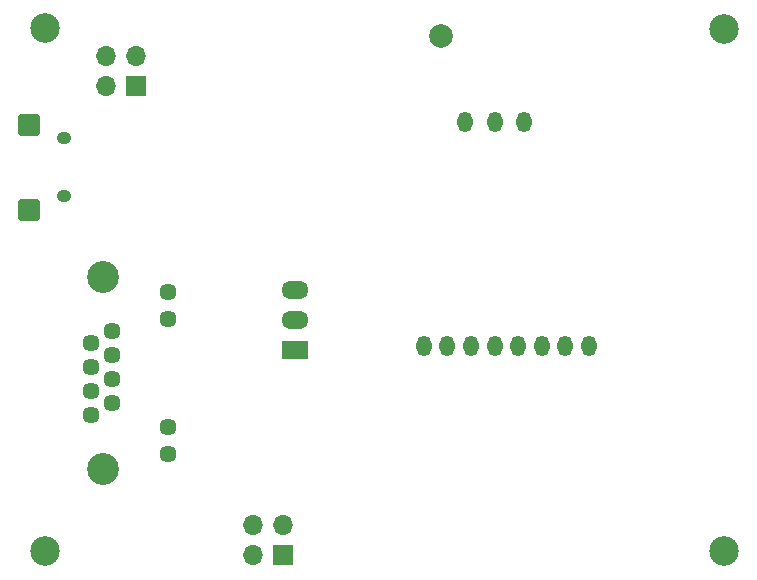
<source format=gbs>
G04 #@! TF.GenerationSoftware,KiCad,Pcbnew,(6.0.1-0)*
G04 #@! TF.CreationDate,2022-04-29T09:17:41+02:00*
G04 #@! TF.ProjectId,ithowifi_4l,6974686f-7769-4666-995f-346c2e6b6963,rev?*
G04 #@! TF.SameCoordinates,Original*
G04 #@! TF.FileFunction,Soldermask,Bot*
G04 #@! TF.FilePolarity,Negative*
%FSLAX46Y46*%
G04 Gerber Fmt 4.6, Leading zero omitted, Abs format (unit mm)*
G04 Created by KiCad (PCBNEW (6.0.1-0)) date 2022-04-29 09:17:41*
%MOMM*%
%LPD*%
G01*
G04 APERTURE LIST*
G04 Aperture macros list*
%AMRoundRect*
0 Rectangle with rounded corners*
0 $1 Rounding radius*
0 $2 $3 $4 $5 $6 $7 $8 $9 X,Y pos of 4 corners*
0 Add a 4 corners polygon primitive as box body*
4,1,4,$2,$3,$4,$5,$6,$7,$8,$9,$2,$3,0*
0 Add four circle primitives for the rounded corners*
1,1,$1+$1,$2,$3*
1,1,$1+$1,$4,$5*
1,1,$1+$1,$6,$7*
1,1,$1+$1,$8,$9*
0 Add four rect primitives between the rounded corners*
20,1,$1+$1,$2,$3,$4,$5,0*
20,1,$1+$1,$4,$5,$6,$7,0*
20,1,$1+$1,$6,$7,$8,$9,0*
20,1,$1+$1,$8,$9,$2,$3,0*%
G04 Aperture macros list end*
%ADD10R,1.700000X1.700000*%
%ADD11O,1.700000X1.700000*%
%ADD12C,2.500000*%
%ADD13RoundRect,0.273000X-0.677000X0.637000X-0.677000X-0.637000X0.677000X-0.637000X0.677000X0.637000X0*%
%ADD14O,1.250000X1.050000*%
%ADD15R,2.300000X1.500000*%
%ADD16O,2.300000X1.500000*%
%ADD17C,1.446000*%
%ADD18C,2.700000*%
%ADD19C,2.000000*%
%ADD20O,1.300000X1.750000*%
G04 APERTURE END LIST*
D10*
X75666600Y-154025600D03*
D11*
X73126600Y-154025600D03*
X75666600Y-151485600D03*
X73126600Y-151485600D03*
D12*
X55482000Y-109381000D03*
D13*
X54178200Y-124768000D03*
D14*
X57078200Y-123593000D03*
D13*
X54178200Y-117568000D03*
D14*
X57078200Y-118743000D03*
D15*
X76654900Y-136686000D03*
D16*
X76654900Y-134146000D03*
X76654900Y-131606000D03*
D12*
X113013000Y-109508000D03*
X113013000Y-153704000D03*
X55482000Y-153704000D03*
D17*
X59372500Y-142176500D03*
X61152500Y-141156500D03*
X59372500Y-140136500D03*
X61152500Y-139116500D03*
X59372500Y-138096500D03*
X61152500Y-137076500D03*
X59372500Y-136056500D03*
X61152500Y-135036500D03*
X65962500Y-145466500D03*
X65962500Y-143176500D03*
X65962500Y-134036500D03*
X65962500Y-131746500D03*
D18*
X60392500Y-130476500D03*
X60392500Y-146736500D03*
D10*
X63246000Y-114300000D03*
D11*
X60706000Y-114300000D03*
X63246000Y-111760000D03*
X60706000Y-111760000D03*
D19*
X89052400Y-110032800D03*
D20*
X101570000Y-136347358D03*
X99570000Y-136347358D03*
X97570000Y-136347358D03*
X95570000Y-136347358D03*
X93570000Y-136347358D03*
X91570000Y-136347358D03*
X89570000Y-136347358D03*
X87570000Y-136347358D03*
X91070000Y-117347358D03*
X93570000Y-117347358D03*
X96070000Y-117347358D03*
M02*

</source>
